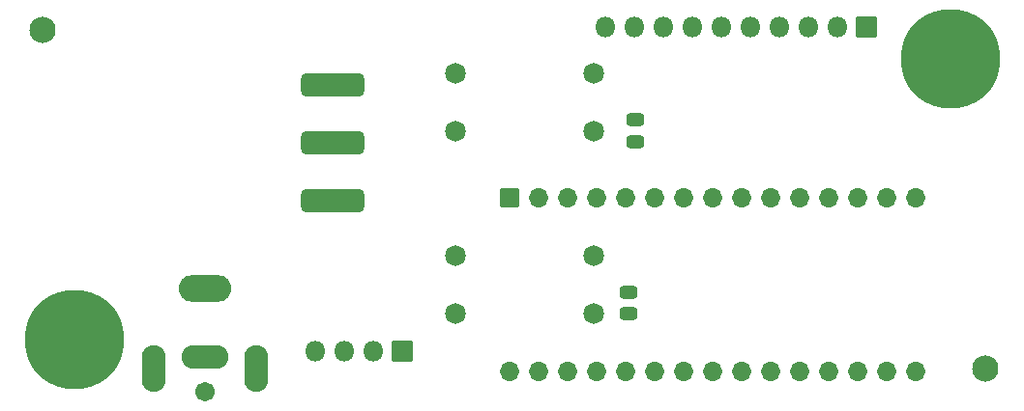
<source format=gbr>
G04 #@! TF.GenerationSoftware,KiCad,Pcbnew,(6.0.1)*
G04 #@! TF.CreationDate,2022-03-23T19:49:34+02:00*
G04 #@! TF.ProjectId,infinity-table-pcb,696e6669-6e69-4747-992d-7461626c652d,rev?*
G04 #@! TF.SameCoordinates,Original*
G04 #@! TF.FileFunction,Soldermask,Top*
G04 #@! TF.FilePolarity,Negative*
%FSLAX46Y46*%
G04 Gerber Fmt 4.6, Leading zero omitted, Abs format (unit mm)*
G04 Created by KiCad (PCBNEW (6.0.1)) date 2022-03-23 19:49:34*
%MOMM*%
%LPD*%
G01*
G04 APERTURE LIST*
G04 Aperture macros list*
%AMRoundRect*
0 Rectangle with rounded corners*
0 $1 Rounding radius*
0 $2 $3 $4 $5 $6 $7 $8 $9 X,Y pos of 4 corners*
0 Add a 4 corners polygon primitive as box body*
4,1,4,$2,$3,$4,$5,$6,$7,$8,$9,$2,$3,0*
0 Add four circle primitives for the rounded corners*
1,1,$1+$1,$2,$3*
1,1,$1+$1,$4,$5*
1,1,$1+$1,$6,$7*
1,1,$1+$1,$8,$9*
0 Add four rect primitives between the rounded corners*
20,1,$1+$1,$2,$3,$4,$5,0*
20,1,$1+$1,$4,$5,$6,$7,0*
20,1,$1+$1,$6,$7,$8,$9,0*
20,1,$1+$1,$8,$9,$2,$3,0*%
G04 Aperture macros list end*
%ADD10C,2.302000*%
%ADD11C,8.702000*%
%ADD12RoundRect,0.301000X-0.475000X0.250000X-0.475000X-0.250000X0.475000X-0.250000X0.475000X0.250000X0*%
%ADD13RoundRect,0.301000X0.475000X-0.250000X0.475000X0.250000X-0.475000X0.250000X-0.475000X-0.250000X0*%
%ADD14C,1.826000*%
%ADD15RoundRect,0.551000X2.250000X0.500000X-2.250000X0.500000X-2.250000X-0.500000X2.250000X-0.500000X0*%
%ADD16RoundRect,0.051000X-0.800000X0.800000X-0.800000X-0.800000X0.800000X-0.800000X0.800000X0.800000X0*%
%ADD17O,1.702000X1.702000*%
%ADD18RoundRect,0.051000X0.850000X-0.850000X0.850000X0.850000X-0.850000X0.850000X-0.850000X-0.850000X0*%
%ADD19O,1.802000X1.802000*%
%ADD20C,1.702000*%
%ADD21O,4.602000X2.352000*%
%ADD22O,4.102000X2.102000*%
%ADD23O,2.102000X4.102000*%
G04 APERTURE END LIST*
D10*
X151130000Y-110998000D03*
D11*
X71323200Y-108458000D03*
D12*
X119888000Y-104272000D03*
X119888000Y-106172000D03*
D13*
X120472200Y-91054000D03*
X120472200Y-89154000D03*
D14*
X104724200Y-90170000D03*
X104724200Y-85090000D03*
X116814600Y-90170000D03*
X116814600Y-85090000D03*
D11*
X148031200Y-83820000D03*
D15*
X93980000Y-96266000D03*
X93980000Y-91186000D03*
X93980000Y-86106000D03*
D10*
X68580000Y-81280000D03*
D14*
X104749600Y-106172000D03*
X104749600Y-101092000D03*
X116840000Y-106172000D03*
X116840000Y-101092000D03*
D16*
X109423200Y-96012000D03*
D17*
X111963200Y-96012000D03*
X114503200Y-96012000D03*
X117043200Y-96012000D03*
X119583200Y-96012000D03*
X122123200Y-96012000D03*
X124663200Y-96012000D03*
X127203200Y-96012000D03*
X129743200Y-96012000D03*
X132283200Y-96012000D03*
X134823200Y-96012000D03*
X137363200Y-96012000D03*
X139903200Y-96012000D03*
X142443200Y-96012000D03*
X144983200Y-96012000D03*
X144983200Y-111252000D03*
X142443200Y-111252000D03*
X139903200Y-111252000D03*
X137363200Y-111252000D03*
X134823200Y-111252000D03*
X132283200Y-111252000D03*
X129743200Y-111252000D03*
X127203200Y-111252000D03*
X124663200Y-111252000D03*
X122123200Y-111252000D03*
X119583200Y-111252000D03*
X117043200Y-111252000D03*
X114503200Y-111252000D03*
X111963200Y-111252000D03*
X109423200Y-111252000D03*
D18*
X100076000Y-109474000D03*
D19*
X97536000Y-109474000D03*
X94996000Y-109474000D03*
X92456000Y-109474000D03*
D20*
X82804000Y-112982000D03*
D21*
X82804000Y-103982000D03*
D22*
X82804000Y-109982000D03*
D23*
X78304000Y-110982000D03*
X87304000Y-110982000D03*
D18*
X140716000Y-81026000D03*
D19*
X138176000Y-81026000D03*
X135636000Y-81026000D03*
X133096000Y-81026000D03*
X130556000Y-81026000D03*
X128016000Y-81026000D03*
X125476000Y-81026000D03*
X122936000Y-81026000D03*
X120396000Y-81026000D03*
X117856000Y-81026000D03*
M02*

</source>
